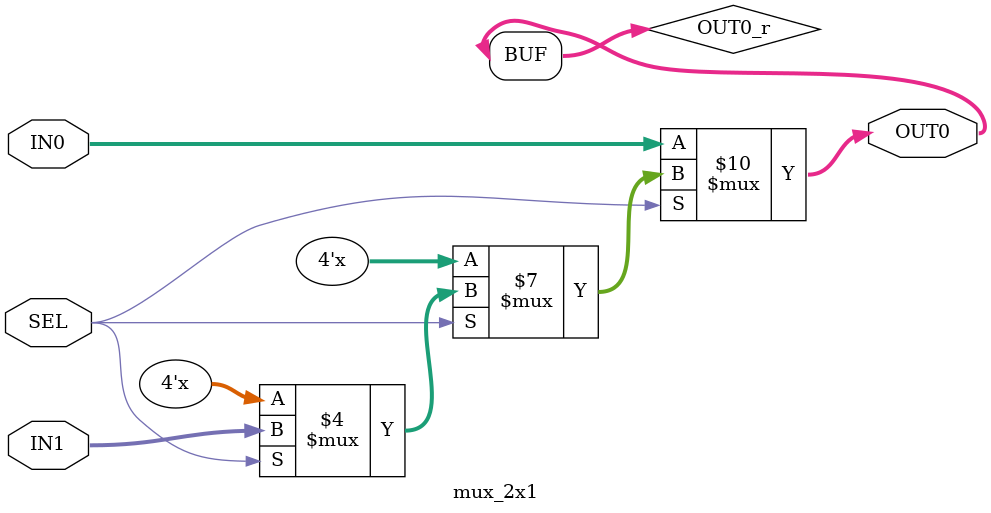
<source format=v>
/* -----------------------------------------------------------------------------------
 * Module Name  : mux_2x1
 * Date Created : 21:08:47 IST, 03 September, 2020 [ Thursday ]
 *
 * Author       : pxvi
 * Description  : Basic input parmetrized 2 to 1 multiplexer
 * ----------------------------------------------------------------------------------- */

module mux_2x1#( parameter WIDTH = 4 )(     input [WIDTH-1:0] IN0,
                                            input [WIDTH-1:0] IN1,
                                            input SEL,
                                            output [WIDTH-1:0] OUT0 );

    reg [WIDTH-1:0] OUT0_r;

    always@( * )
    begin
        if( !SEL )
        begin
            OUT0_r = IN0;
        end
        else if( SEL )
        begin
            OUT0_r = IN1;
        end
    end

    assign OUT0 = OUT0_r;

endmodule

</source>
